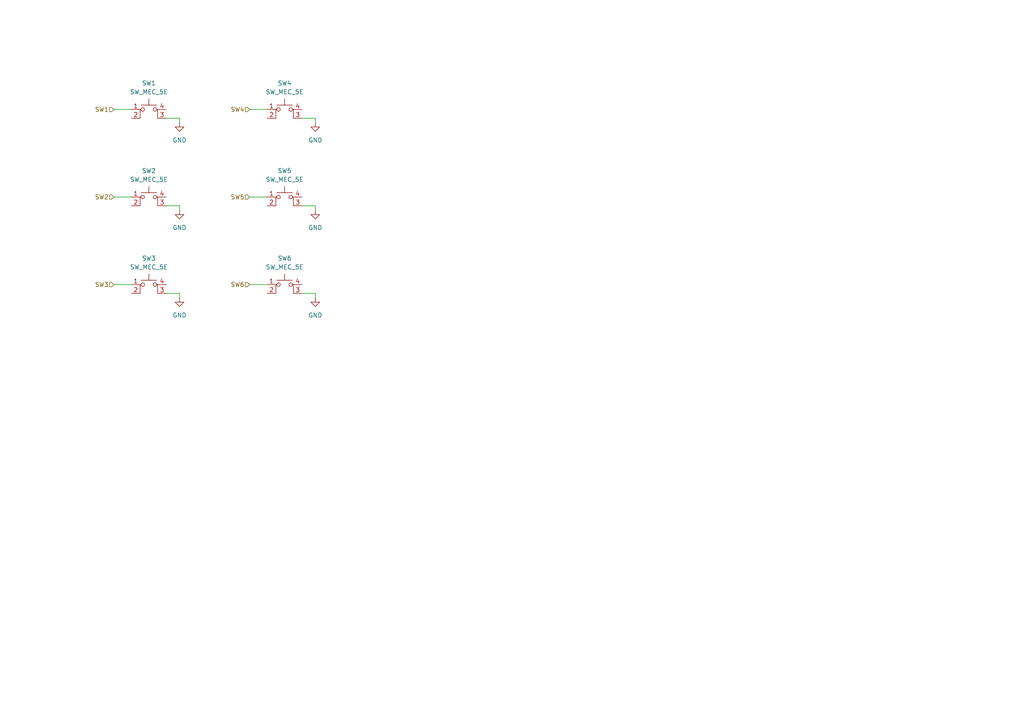
<source format=kicad_sch>
(kicad_sch (version 20211123) (generator eeschema)

  (uuid b018a2dd-5d55-4d47-bdce-09f41f0ce1b9)

  (paper "A4")

  (lib_symbols
    (symbol "Switch:SW_MEC_5E" (pin_names (offset 1.016) hide) (in_bom yes) (on_board yes)
      (property "Reference" "SW" (id 0) (at 0.635 5.715 0)
        (effects (font (size 1.27 1.27)) (justify left))
      )
      (property "Value" "SW_MEC_5E" (id 1) (at 0 -3.175 0)
        (effects (font (size 1.27 1.27)))
      )
      (property "Footprint" "" (id 2) (at 0 7.62 0)
        (effects (font (size 1.27 1.27)) hide)
      )
      (property "Datasheet" "http://www.apem.com/int/index.php?controller=attachment&id_attachment=1371" (id 3) (at 0 7.62 0)
        (effects (font (size 1.27 1.27)) hide)
      )
      (property "ki_keywords" "switch normally-open pushbutton push-button" (id 4) (at 0 0 0)
        (effects (font (size 1.27 1.27)) hide)
      )
      (property "ki_description" "MEC 5E single pole normally-open tactile switch" (id 5) (at 0 0 0)
        (effects (font (size 1.27 1.27)) hide)
      )
      (property "ki_fp_filters" "SW*MEC*5G*" (id 6) (at 0 0 0)
        (effects (font (size 1.27 1.27)) hide)
      )
      (symbol "SW_MEC_5E_0_1"
        (circle (center -1.778 2.54) (radius 0.508)
          (stroke (width 0) (type default) (color 0 0 0 0))
          (fill (type none))
        )
        (polyline
          (pts
            (xy -2.286 3.81)
            (xy 2.286 3.81)
          )
          (stroke (width 0) (type default) (color 0 0 0 0))
          (fill (type none))
        )
        (polyline
          (pts
            (xy 0 3.81)
            (xy 0 5.588)
          )
          (stroke (width 0) (type default) (color 0 0 0 0))
          (fill (type none))
        )
        (polyline
          (pts
            (xy -2.54 0)
            (xy -2.54 2.54)
            (xy -2.286 2.54)
          )
          (stroke (width 0) (type default) (color 0 0 0 0))
          (fill (type none))
        )
        (polyline
          (pts
            (xy 2.54 0)
            (xy 2.54 2.54)
            (xy 2.286 2.54)
          )
          (stroke (width 0) (type default) (color 0 0 0 0))
          (fill (type none))
        )
        (circle (center 1.778 2.54) (radius 0.508)
          (stroke (width 0) (type default) (color 0 0 0 0))
          (fill (type none))
        )
        (pin passive line (at -5.08 2.54 0) (length 2.54)
          (name "1" (effects (font (size 1.27 1.27))))
          (number "1" (effects (font (size 1.27 1.27))))
        )
        (pin passive line (at -5.08 0 0) (length 2.54)
          (name "2" (effects (font (size 1.27 1.27))))
          (number "2" (effects (font (size 1.27 1.27))))
        )
        (pin passive line (at 5.08 0 180) (length 2.54)
          (name "K" (effects (font (size 1.27 1.27))))
          (number "3" (effects (font (size 1.27 1.27))))
        )
        (pin passive line (at 5.08 2.54 180) (length 2.54)
          (name "A" (effects (font (size 1.27 1.27))))
          (number "4" (effects (font (size 1.27 1.27))))
        )
      )
    )
    (symbol "power:GND" (power) (pin_names (offset 0)) (in_bom yes) (on_board yes)
      (property "Reference" "#PWR" (id 0) (at 0 -6.35 0)
        (effects (font (size 1.27 1.27)) hide)
      )
      (property "Value" "GND" (id 1) (at 0 -3.81 0)
        (effects (font (size 1.27 1.27)))
      )
      (property "Footprint" "" (id 2) (at 0 0 0)
        (effects (font (size 1.27 1.27)) hide)
      )
      (property "Datasheet" "" (id 3) (at 0 0 0)
        (effects (font (size 1.27 1.27)) hide)
      )
      (property "ki_keywords" "power-flag" (id 4) (at 0 0 0)
        (effects (font (size 1.27 1.27)) hide)
      )
      (property "ki_description" "Power symbol creates a global label with name \"GND\" , ground" (id 5) (at 0 0 0)
        (effects (font (size 1.27 1.27)) hide)
      )
      (symbol "GND_0_1"
        (polyline
          (pts
            (xy 0 0)
            (xy 0 -1.27)
            (xy 1.27 -1.27)
            (xy 0 -2.54)
            (xy -1.27 -1.27)
            (xy 0 -1.27)
          )
          (stroke (width 0) (type default) (color 0 0 0 0))
          (fill (type none))
        )
      )
      (symbol "GND_1_1"
        (pin power_in line (at 0 0 270) (length 0) hide
          (name "GND" (effects (font (size 1.27 1.27))))
          (number "1" (effects (font (size 1.27 1.27))))
        )
      )
    )
  )


  (wire (pts (xy 52.07 86.36) (xy 52.07 85.09))
    (stroke (width 0) (type default) (color 0 0 0 0))
    (uuid 1d51243a-aa9e-4a86-9d4a-6018e4d7224c)
  )
  (wire (pts (xy 91.44 35.56) (xy 91.44 34.29))
    (stroke (width 0) (type default) (color 0 0 0 0))
    (uuid 3b4b0f4f-9fb6-4a00-8379-37fd9d850034)
  )
  (wire (pts (xy 33.02 82.55) (xy 38.1 82.55))
    (stroke (width 0) (type default) (color 0 0 0 0))
    (uuid 48244ba7-1743-415e-b652-f1d2af972dda)
  )
  (wire (pts (xy 52.07 34.29) (xy 48.26 34.29))
    (stroke (width 0) (type default) (color 0 0 0 0))
    (uuid 50332406-e284-46e0-a619-78776c649afd)
  )
  (wire (pts (xy 91.44 59.69) (xy 87.63 59.69))
    (stroke (width 0) (type default) (color 0 0 0 0))
    (uuid 5b2a431d-cc93-4b18-a00c-24485c6b4830)
  )
  (wire (pts (xy 33.02 31.75) (xy 38.1 31.75))
    (stroke (width 0) (type default) (color 0 0 0 0))
    (uuid 5e568623-f339-48f9-ab99-4ab13fc46419)
  )
  (wire (pts (xy 91.44 34.29) (xy 87.63 34.29))
    (stroke (width 0) (type default) (color 0 0 0 0))
    (uuid 6ffbaf37-65c5-49d3-9a51-e90477c665b0)
  )
  (wire (pts (xy 52.07 59.69) (xy 48.26 59.69))
    (stroke (width 0) (type default) (color 0 0 0 0))
    (uuid 727b9f2a-c716-46c7-994d-910dea9f8a5e)
  )
  (wire (pts (xy 52.07 85.09) (xy 48.26 85.09))
    (stroke (width 0) (type default) (color 0 0 0 0))
    (uuid 8011ee40-a001-4999-9ea2-8d2ac3fbb0d2)
  )
  (wire (pts (xy 52.07 60.96) (xy 52.07 59.69))
    (stroke (width 0) (type default) (color 0 0 0 0))
    (uuid 88ab816b-1eb7-4d66-b3f9-1053adaf6b2c)
  )
  (wire (pts (xy 91.44 85.09) (xy 87.63 85.09))
    (stroke (width 0) (type default) (color 0 0 0 0))
    (uuid 8f1c716a-152b-4923-8383-42756226083a)
  )
  (wire (pts (xy 91.44 86.36) (xy 91.44 85.09))
    (stroke (width 0) (type default) (color 0 0 0 0))
    (uuid 8fe376bf-0d6a-4f0a-803d-df34ea4a8426)
  )
  (wire (pts (xy 52.07 35.56) (xy 52.07 34.29))
    (stroke (width 0) (type default) (color 0 0 0 0))
    (uuid 9aa2bb98-ac91-4312-9b8c-145d5ac1b08f)
  )
  (wire (pts (xy 91.44 60.96) (xy 91.44 59.69))
    (stroke (width 0) (type default) (color 0 0 0 0))
    (uuid 9dcffeeb-2577-44d4-95af-740aeace409e)
  )
  (wire (pts (xy 72.39 57.15) (xy 77.47 57.15))
    (stroke (width 0) (type default) (color 0 0 0 0))
    (uuid b523fca7-2a7e-459a-b17b-29e30cb877be)
  )
  (wire (pts (xy 72.39 31.75) (xy 77.47 31.75))
    (stroke (width 0) (type default) (color 0 0 0 0))
    (uuid b862f9dd-301a-4464-aa53-245d8e7f703f)
  )
  (wire (pts (xy 33.02 57.15) (xy 38.1 57.15))
    (stroke (width 0) (type default) (color 0 0 0 0))
    (uuid c1db1e3b-ba96-4aa2-8977-170acb0c0cad)
  )
  (wire (pts (xy 72.39 82.55) (xy 77.47 82.55))
    (stroke (width 0) (type default) (color 0 0 0 0))
    (uuid ec55e526-b6a4-4200-a88b-50c3bfa54e45)
  )

  (hierarchical_label "SW2" (shape input) (at 33.02 57.15 180)
    (effects (font (size 1.27 1.27)) (justify right))
    (uuid 427939a6-4e9c-4119-ad35-48409f5a1797)
  )
  (hierarchical_label "SW6" (shape input) (at 72.39 82.55 180)
    (effects (font (size 1.27 1.27)) (justify right))
    (uuid 462b58ec-7c50-4b1e-9cca-73e05f554f97)
  )
  (hierarchical_label "SW3" (shape input) (at 33.02 82.55 180)
    (effects (font (size 1.27 1.27)) (justify right))
    (uuid 709652a1-6ba1-47d0-bc2e-a2047a566b08)
  )
  (hierarchical_label "SW4" (shape input) (at 72.39 31.75 180)
    (effects (font (size 1.27 1.27)) (justify right))
    (uuid c695e461-e736-4854-b19d-7d8af6c08cf2)
  )
  (hierarchical_label "SW5" (shape input) (at 72.39 57.15 180)
    (effects (font (size 1.27 1.27)) (justify right))
    (uuid f1faf020-d555-4065-a989-1534696859a7)
  )
  (hierarchical_label "SW1" (shape input) (at 33.02 31.75 180)
    (effects (font (size 1.27 1.27)) (justify right))
    (uuid f47e0104-0cba-4da1-8611-12407d43be4d)
  )

  (symbol (lib_id "Switch:SW_MEC_5E") (at 43.18 34.29 0) (unit 1)
    (in_bom yes) (on_board yes) (fields_autoplaced)
    (uuid 4b27c89a-8454-4ba8-803e-90e6c91e079f)
    (property "Reference" "SW1" (id 0) (at 43.18 24.13 0))
    (property "Value" "SW_MEC_5E" (id 1) (at 43.18 26.67 0))
    (property "Footprint" "" (id 2) (at 43.18 26.67 0)
      (effects (font (size 1.27 1.27)) hide)
    )
    (property "Datasheet" "http://www.apem.com/int/index.php?controller=attachment&id_attachment=1371" (id 3) (at 43.18 26.67 0)
      (effects (font (size 1.27 1.27)) hide)
    )
    (pin "1" (uuid 5926c2ed-b5dd-4296-9c85-b9f45956ce2d))
    (pin "2" (uuid 8b6f9db7-a7bb-486d-aa91-c44c1bc42cab))
    (pin "3" (uuid f4f46f09-73d4-4fcc-96f1-e80acbef5d67))
    (pin "4" (uuid 6baf8e57-c2cd-4cc7-ad15-afc156a30494))
  )

  (symbol (lib_id "power:GND") (at 52.07 60.96 0) (unit 1)
    (in_bom yes) (on_board yes) (fields_autoplaced)
    (uuid 6fdbd8b7-241a-44be-9ae7-bf590a1eea28)
    (property "Reference" "#PWR021" (id 0) (at 52.07 67.31 0)
      (effects (font (size 1.27 1.27)) hide)
    )
    (property "Value" "GND" (id 1) (at 52.07 66.04 0))
    (property "Footprint" "" (id 2) (at 52.07 60.96 0)
      (effects (font (size 1.27 1.27)) hide)
    )
    (property "Datasheet" "" (id 3) (at 52.07 60.96 0)
      (effects (font (size 1.27 1.27)) hide)
    )
    (pin "1" (uuid 43e4b1d5-50ef-4dc6-9442-7dae809ce6f5))
  )

  (symbol (lib_id "power:GND") (at 91.44 86.36 0) (unit 1)
    (in_bom yes) (on_board yes) (fields_autoplaced)
    (uuid 7966ce44-4b4e-4318-b199-982a323f8696)
    (property "Reference" "#PWR025" (id 0) (at 91.44 92.71 0)
      (effects (font (size 1.27 1.27)) hide)
    )
    (property "Value" "GND" (id 1) (at 91.44 91.44 0))
    (property "Footprint" "" (id 2) (at 91.44 86.36 0)
      (effects (font (size 1.27 1.27)) hide)
    )
    (property "Datasheet" "" (id 3) (at 91.44 86.36 0)
      (effects (font (size 1.27 1.27)) hide)
    )
    (pin "1" (uuid edcf4331-865e-4994-a1c8-38a4f5ae6283))
  )

  (symbol (lib_id "Switch:SW_MEC_5E") (at 43.18 59.69 0) (unit 1)
    (in_bom yes) (on_board yes) (fields_autoplaced)
    (uuid 96d74377-bd1f-4c60-b2d5-38b41275db7a)
    (property "Reference" "SW2" (id 0) (at 43.18 49.53 0))
    (property "Value" "SW_MEC_5E" (id 1) (at 43.18 52.07 0))
    (property "Footprint" "" (id 2) (at 43.18 52.07 0)
      (effects (font (size 1.27 1.27)) hide)
    )
    (property "Datasheet" "http://www.apem.com/int/index.php?controller=attachment&id_attachment=1371" (id 3) (at 43.18 52.07 0)
      (effects (font (size 1.27 1.27)) hide)
    )
    (pin "1" (uuid 4dc1cfc5-f62e-40d9-b724-7532f1453df1))
    (pin "2" (uuid 85e720e8-40c3-4f0f-bb21-fe26cce9b49c))
    (pin "3" (uuid 78600d00-db82-40b8-93f2-bcfe08c8a888))
    (pin "4" (uuid 97fd6357-569d-49a0-bc6f-1f0022156229))
  )

  (symbol (lib_id "power:GND") (at 91.44 35.56 0) (unit 1)
    (in_bom yes) (on_board yes) (fields_autoplaced)
    (uuid 9b953cad-8cde-4ffc-a780-44ad7cd5a935)
    (property "Reference" "#PWR023" (id 0) (at 91.44 41.91 0)
      (effects (font (size 1.27 1.27)) hide)
    )
    (property "Value" "GND" (id 1) (at 91.44 40.64 0))
    (property "Footprint" "" (id 2) (at 91.44 35.56 0)
      (effects (font (size 1.27 1.27)) hide)
    )
    (property "Datasheet" "" (id 3) (at 91.44 35.56 0)
      (effects (font (size 1.27 1.27)) hide)
    )
    (pin "1" (uuid 3dc6b75c-2020-42bb-bfc5-6e7c1f03a21c))
  )

  (symbol (lib_id "Switch:SW_MEC_5E") (at 82.55 59.69 0) (unit 1)
    (in_bom yes) (on_board yes) (fields_autoplaced)
    (uuid 9eeebe13-2fa9-4aea-9479-4f984db42112)
    (property "Reference" "SW5" (id 0) (at 82.55 49.53 0))
    (property "Value" "SW_MEC_5E" (id 1) (at 82.55 52.07 0))
    (property "Footprint" "" (id 2) (at 82.55 52.07 0)
      (effects (font (size 1.27 1.27)) hide)
    )
    (property "Datasheet" "http://www.apem.com/int/index.php?controller=attachment&id_attachment=1371" (id 3) (at 82.55 52.07 0)
      (effects (font (size 1.27 1.27)) hide)
    )
    (pin "1" (uuid b9d79ff6-6ace-422f-b257-08aa7986ea0d))
    (pin "2" (uuid 62b92124-01fe-4120-9a66-c53415c7e382))
    (pin "3" (uuid 9f0ebc88-db7a-411d-999e-97ff1a9dd83e))
    (pin "4" (uuid f5495d81-5b8c-462f-8237-1609634cae2b))
  )

  (symbol (lib_id "Switch:SW_MEC_5E") (at 82.55 85.09 0) (unit 1)
    (in_bom yes) (on_board yes) (fields_autoplaced)
    (uuid a5dcf6d1-c1aa-40cf-a27b-ff3974a5141a)
    (property "Reference" "SW6" (id 0) (at 82.55 74.93 0))
    (property "Value" "SW_MEC_5E" (id 1) (at 82.55 77.47 0))
    (property "Footprint" "" (id 2) (at 82.55 77.47 0)
      (effects (font (size 1.27 1.27)) hide)
    )
    (property "Datasheet" "http://www.apem.com/int/index.php?controller=attachment&id_attachment=1371" (id 3) (at 82.55 77.47 0)
      (effects (font (size 1.27 1.27)) hide)
    )
    (pin "1" (uuid f49e2266-9705-4f0e-86cb-24e4364dbb08))
    (pin "2" (uuid d51c7fa9-66c6-4665-abc6-ecba44d155f0))
    (pin "3" (uuid 2c469a3b-f70e-4c45-bb27-72103d05d7c1))
    (pin "4" (uuid dd835a88-0c63-47bc-bf1a-7b2adc649f35))
  )

  (symbol (lib_id "power:GND") (at 52.07 86.36 0) (unit 1)
    (in_bom yes) (on_board yes) (fields_autoplaced)
    (uuid b2028331-a939-4527-9304-505fec8dccde)
    (property "Reference" "#PWR022" (id 0) (at 52.07 92.71 0)
      (effects (font (size 1.27 1.27)) hide)
    )
    (property "Value" "GND" (id 1) (at 52.07 91.44 0))
    (property "Footprint" "" (id 2) (at 52.07 86.36 0)
      (effects (font (size 1.27 1.27)) hide)
    )
    (property "Datasheet" "" (id 3) (at 52.07 86.36 0)
      (effects (font (size 1.27 1.27)) hide)
    )
    (pin "1" (uuid 922d8b26-1720-4e5a-819f-44bd863d9636))
  )

  (symbol (lib_id "power:GND") (at 91.44 60.96 0) (unit 1)
    (in_bom yes) (on_board yes) (fields_autoplaced)
    (uuid b40610f8-16a1-4bed-8e86-b23324da2fce)
    (property "Reference" "#PWR024" (id 0) (at 91.44 67.31 0)
      (effects (font (size 1.27 1.27)) hide)
    )
    (property "Value" "GND" (id 1) (at 91.44 66.04 0))
    (property "Footprint" "" (id 2) (at 91.44 60.96 0)
      (effects (font (size 1.27 1.27)) hide)
    )
    (property "Datasheet" "" (id 3) (at 91.44 60.96 0)
      (effects (font (size 1.27 1.27)) hide)
    )
    (pin "1" (uuid 15e17fda-0eb1-47f5-acb8-fced5bb9fcd7))
  )

  (symbol (lib_id "power:GND") (at 52.07 35.56 0) (unit 1)
    (in_bom yes) (on_board yes) (fields_autoplaced)
    (uuid d569c7cd-6a7c-48d1-ba2b-fbfb4826c52e)
    (property "Reference" "#PWR020" (id 0) (at 52.07 41.91 0)
      (effects (font (size 1.27 1.27)) hide)
    )
    (property "Value" "GND" (id 1) (at 52.07 40.64 0))
    (property "Footprint" "" (id 2) (at 52.07 35.56 0)
      (effects (font (size 1.27 1.27)) hide)
    )
    (property "Datasheet" "" (id 3) (at 52.07 35.56 0)
      (effects (font (size 1.27 1.27)) hide)
    )
    (pin "1" (uuid 4b8019fb-f0f4-4a10-a7c4-c68c918a72cc))
  )

  (symbol (lib_id "Switch:SW_MEC_5E") (at 82.55 34.29 0) (unit 1)
    (in_bom yes) (on_board yes) (fields_autoplaced)
    (uuid f2b11e95-665e-44ea-9fbf-3b9614712110)
    (property "Reference" "SW4" (id 0) (at 82.55 24.13 0))
    (property "Value" "SW_MEC_5E" (id 1) (at 82.55 26.67 0))
    (property "Footprint" "" (id 2) (at 82.55 26.67 0)
      (effects (font (size 1.27 1.27)) hide)
    )
    (property "Datasheet" "http://www.apem.com/int/index.php?controller=attachment&id_attachment=1371" (id 3) (at 82.55 26.67 0)
      (effects (font (size 1.27 1.27)) hide)
    )
    (pin "1" (uuid 33a3d902-795e-41ad-a91b-b3ea855029f4))
    (pin "2" (uuid ad57a4c2-4855-48ce-a97c-ad06da402b48))
    (pin "3" (uuid 237eb716-5295-44d3-9835-f8feb53929b1))
    (pin "4" (uuid e0521593-12f9-4d82-9b07-7455708626df))
  )

  (symbol (lib_id "Switch:SW_MEC_5E") (at 43.18 85.09 0) (unit 1)
    (in_bom yes) (on_board yes) (fields_autoplaced)
    (uuid fcd776c5-615f-450a-8e60-ca602b94d4ea)
    (property "Reference" "SW3" (id 0) (at 43.18 74.93 0))
    (property "Value" "SW_MEC_5E" (id 1) (at 43.18 77.47 0))
    (property "Footprint" "" (id 2) (at 43.18 77.47 0)
      (effects (font (size 1.27 1.27)) hide)
    )
    (property "Datasheet" "http://www.apem.com/int/index.php?controller=attachment&id_attachment=1371" (id 3) (at 43.18 77.47 0)
      (effects (font (size 1.27 1.27)) hide)
    )
    (pin "1" (uuid 9563c9a7-ce63-4d8c-a52a-d736f99c7f4e))
    (pin "2" (uuid 50ff5413-1267-42fe-a8a1-541af8e76f4b))
    (pin "3" (uuid a5e923aa-fbf2-4a99-b01b-07efae597c78))
    (pin "4" (uuid cb7e709e-1449-4827-8a11-78abca3cb24c))
  )
)

</source>
